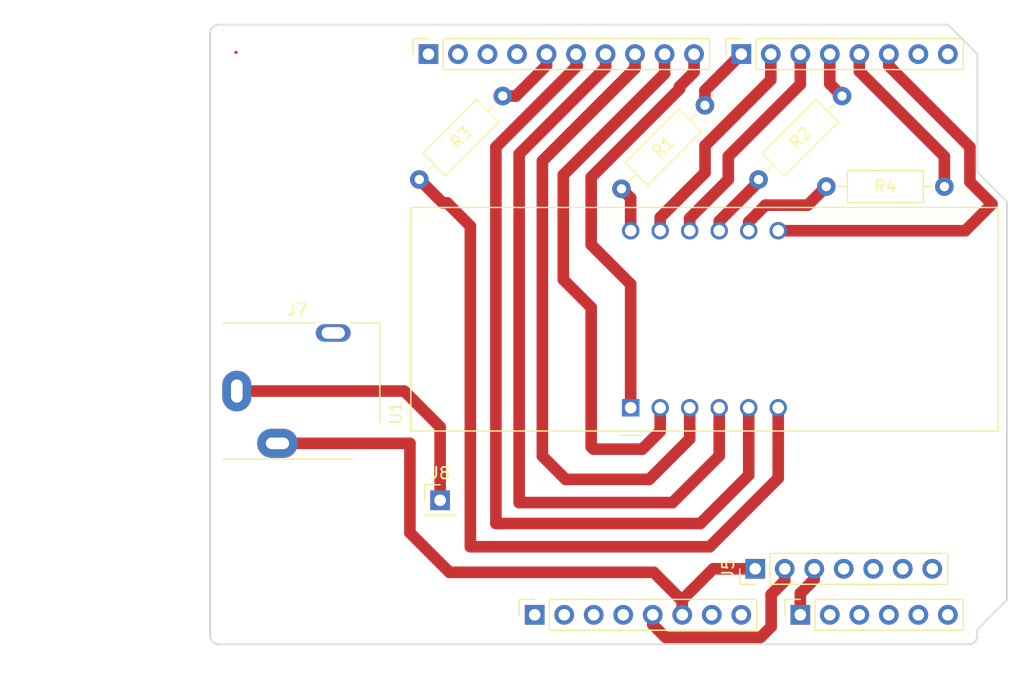
<source format=kicad_pcb>
(kicad_pcb (version 20240108) (generator "pcbnew") (generator_version "8.0")
  (title_block (date "mar. 31 mars 2015"))
  (layers (0 "F.Cu" signal) (31 "B.Cu" signal) (34 "B.Paste" user) (35 "F.Paste" user) (36 "B.SilkS" user "B.Silkscreen") (37 "F.SilkS" user "F.Silkscreen") (38 "B.Mask" user) (39 "F.Mask" user) (44 "Edge.Cuts" user))
  (net 0 "")
  (net 1 "GND")
  (net 3 "+5V")
  (net 4 "/IOREF")
  (net 5 "/A0")
  (net 6 "/A1")
  (net 7 "/A2")
  (net 8 "/A3")
  (net 9 "/SDA{slash}A4")
  (net 10 "/SCL{slash}A5")
  (net 11 "/13")
  (net 12 "/12")
  (net 13 "/AREF")
  (net 14 "/8")
  (net 15 "/7")
  (net 16 "/*11")
  (net 17 "/*10")
  (net 18 "/*9")
  (net 19 "/4")
  (net 20 "/2")
  (net 21 "/*6")
  (net 22 "/*5")
  (net 23 "/TX{slash}1")
  (net 24 "/*3")
  (net 25 "/RX{slash}0")
  (net 26 "+3V3")
  (net 27 "VCC")
  (net 28 "/~{RESET}")
  (net 33 "Net-(U1-CC1)")
  (net 34 "Net-(U1-CC3)")
  (net 35 "Net-(U1-CC2)")
  (net 36 "Net-(U1-CC4)")
  (net 37 "Net-(J8-Pin_1)")
  (footprint "Connector_PinSocket_2.54mm:PinSocket_1x08_P2.54mm_Vertical" (layer "F.Cu") (at 127.94 97.46 90)
    (property "Reference" "J1" (hide yes))
    (property "Value" "Power")
    (fp_line (start 1.33 -1.33) (end 1.33 0) (stroke (width 0.12)) (layer "F.SilkS"))
    (fp_line (start 0 -1.33) (end 1.33 -1.33) (stroke (width 0.12)) (layer "F.SilkS"))
    (fp_line (start 1.33 1.27) (end 1.33 19.11) (stroke (width 0.12)) (layer "F.SilkS"))
    (fp_line (start -1.33 1.27) (end 1.33 1.27) (stroke (width 0.12)) (layer "F.SilkS"))
    (fp_line (start -1.33 1.27) (end -1.33 19.11) (stroke (width 0.12)) (layer "F.SilkS"))
    (fp_line (start -1.33 19.11) (end 1.33 19.11) (stroke (width 0.12)) (layer "F.SilkS"))
    (pad "1" thru_hole rect (at 0 0 90) (size 1.7 1.7) (drill 1) (layers "*.Cu" "*.Mask"))
    (pad "2" thru_hole oval (at 0 2.54 90) (size 1.7 1.7) (drill 1) (layers "*.Cu" "*.Mask") (net 4 "/IOREF"))
    (pad "3" thru_hole oval (at 0 5.08 90) (size 1.7 1.7) (drill 1) (layers "*.Cu" "*.Mask") (net 28 "/~{RESET}"))
    (pad "4" thru_hole oval (at 0 7.62 90) (size 1.7 1.7) (drill 1) (layers "*.Cu" "*.Mask") (net 26 "+3V3"))
    (pad "5" thru_hole oval (at 0 10.16 90) (size 1.7 1.7) (drill 1) (layers "*.Cu" "*.Mask") (net 3 "+5V"))
    (pad "6" thru_hole oval (at 0 12.7 90) (size 1.7 1.7) (drill 1) (layers "*.Cu" "*.Mask") (net 1 "GND"))
    (pad "7" thru_hole oval (at 0 15.24 90) (size 1.7 1.7) (drill 1) (layers "*.Cu" "*.Mask") (net 1 "GND"))
    (pad "8" thru_hole oval (at 0 17.78 90) (size 1.7 1.7) (drill 1) (layers "*.Cu" "*.Mask") (net 27 "VCC"))
  )
  (footprint "Connector_PinSocket_2.54mm:PinSocket_1x06_P2.54mm_Vertical" (layer "F.Cu") (at 150.8 97.46 90)
    (property "Reference" "J3" (hide yes))
    (property "Value" "Analog")
    (fp_line (start 1.33 -1.33) (end 1.33 0) (stroke (width 0.12)) (layer "F.SilkS"))
    (fp_line (start 0 -1.33) (end 1.33 -1.33) (stroke (width 0.12)) (layer "F.SilkS"))
    (fp_line (start 1.33 1.27) (end 1.33 14.03) (stroke (width 0.12)) (layer "F.SilkS"))
    (fp_line (start -1.33 1.27) (end 1.33 1.27) (stroke (width 0.12)) (layer "F.SilkS"))
    (fp_line (start -1.33 1.27) (end -1.33 14.03) (stroke (width 0.12)) (layer "F.SilkS"))
    (fp_line (start -1.33 14.03) (end 1.33 14.03) (stroke (width 0.12)) (layer "F.SilkS"))
    (pad "1" thru_hole rect (at 0 0 90) (size 1.7 1.7) (drill 1) (layers "*.Cu" "*.Mask") (net 5 "/A0"))
    (pad "2" thru_hole oval (at 0 2.54 90) (size 1.7 1.7) (drill 1) (layers "*.Cu" "*.Mask") (net 6 "/A1"))
    (pad "3" thru_hole oval (at 0 5.08 90) (size 1.7 1.7) (drill 1) (layers "*.Cu" "*.Mask") (net 7 "/A2"))
    (pad "4" thru_hole oval (at 0 7.62 90) (size 1.7 1.7) (drill 1) (layers "*.Cu" "*.Mask") (net 8 "/A3"))
    (pad "5" thru_hole oval (at 0 10.16 90) (size 1.7 1.7) (drill 1) (layers "*.Cu" "*.Mask") (net 9 "/SDA{slash}A4"))
    (pad "6" thru_hole oval (at 0 12.7 90) (size 1.7 1.7) (drill 1) (layers "*.Cu" "*.Mask") (net 10 "/SCL{slash}A5"))
  )
  (footprint "Connector_PinSocket_2.54mm:PinSocket_1x10_P2.54mm_Vertical" (layer "F.Cu") (at 118.796 49.2 90)
    (property "Reference" "J2" (hide yes))
    (property "Value" "Digital/PWM")
    (fp_line (start 1.33 -1.33) (end 1.33 0) (stroke (width 0.12)) (layer "F.SilkS"))
    (fp_line (start 0 -1.33) (end 1.33 -1.33) (stroke (width 0.12)) (layer "F.SilkS"))
    (fp_line (start 1.33 1.27) (end 1.33 24.19) (stroke (width 0.12)) (layer "F.SilkS"))
    (fp_line (start -1.33 1.27) (end 1.33 1.27) (stroke (width 0.12)) (layer "F.SilkS"))
    (fp_line (start -1.33 1.27) (end -1.33 24.19) (stroke (width 0.12)) (layer "F.SilkS"))
    (fp_line (start -1.33 24.19) (end 1.33 24.19) (stroke (width 0.12)) (layer "F.SilkS"))
    (pad "1" thru_hole rect (at 0 0 90) (size 1.7 1.7) (drill 1) (layers "*.Cu" "*.Mask") (net 10 "/SCL{slash}A5"))
    (pad "2" thru_hole oval (at 0 2.54 90) (size 1.7 1.7) (drill 1) (layers "*.Cu" "*.Mask") (net 9 "/SDA{slash}A4"))
    (pad "3" thru_hole oval (at 0 5.08 90) (size 1.7 1.7) (drill 1) (layers "*.Cu" "*.Mask") (net 13 "/AREF"))
    (pad "4" thru_hole oval (at 0 7.62 90) (size 1.7 1.7) (drill 1) (layers "*.Cu" "*.Mask") (net 1 "GND"))
    (pad "5" thru_hole oval (at 0 10.16 90) (size 1.7 1.7) (drill 1) (layers "*.Cu" "*.Mask") (net 11 "/13"))
    (pad "6" thru_hole oval (at 0 12.7 90) (size 1.7 1.7) (drill 1) (layers "*.Cu" "*.Mask") (net 12 "/12"))
    (pad "7" thru_hole oval (at 0 15.24 90) (size 1.7 1.7) (drill 1) (layers "*.Cu" "*.Mask") (net 16 "/*11"))
    (pad "8" thru_hole oval (at 0 17.78 90) (size 1.7 1.7) (drill 1) (layers "*.Cu" "*.Mask") (net 17 "/*10"))
    (pad "9" thru_hole oval (at 0 20.32 90) (size 1.7 1.7) (drill 1) (layers "*.Cu" "*.Mask") (net 18 "/*9"))
    (pad "10" thru_hole oval (at 0 22.86 90) (size 1.7 1.7) (drill 1) (layers "*.Cu" "*.Mask") (net 14 "/8"))
  )
  (footprint "Connector_PinSocket_2.54mm:PinSocket_1x08_P2.54mm_Vertical" (layer "F.Cu") (at 145.72 49.2 90)
    (property "Reference" "J4" (hide yes))
    (property "Value" "Digital/PWM")
    (fp_line (start 1.33 -1.33) (end 1.33 0) (stroke (width 0.12)) (layer "F.SilkS"))
    (fp_line (start 0 -1.33) (end 1.33 -1.33) (stroke (width 0.12)) (layer "F.SilkS"))
    (fp_line (start 1.33 1.27) (end 1.33 19.11) (stroke (width 0.12)) (layer "F.SilkS"))
    (fp_line (start -1.33 1.27) (end 1.33 1.27) (stroke (width 0.12)) (layer "F.SilkS"))
    (fp_line (start -1.33 1.27) (end -1.33 19.11) (stroke (width 0.12)) (layer "F.SilkS"))
    (fp_line (start -1.33 19.11) (end 1.33 19.11) (stroke (width 0.12)) (layer "F.SilkS"))
    (pad "1" thru_hole rect (at 0 0 90) (size 1.7 1.7) (drill 1) (layers "*.Cu" "*.Mask") (net 15 "/7"))
    (pad "2" thru_hole oval (at 0 2.54 90) (size 1.7 1.7) (drill 1) (layers "*.Cu" "*.Mask") (net 21 "/*6"))
    (pad "3" thru_hole oval (at 0 5.08 90) (size 1.7 1.7) (drill 1) (layers "*.Cu" "*.Mask") (net 22 "/*5"))
    (pad "4" thru_hole oval (at 0 7.62 90) (size 1.7 1.7) (drill 1) (layers "*.Cu" "*.Mask") (net 19 "/4"))
    (pad "5" thru_hole oval (at 0 10.16 90) (size 1.7 1.7) (drill 1) (layers "*.Cu" "*.Mask") (net 24 "/*3"))
    (pad "6" thru_hole oval (at 0 12.7 90) (size 1.7 1.7) (drill 1) (layers "*.Cu" "*.Mask") (net 20 "/2"))
    (pad "7" thru_hole oval (at 0 15.24 90) (size 1.7 1.7) (drill 1) (layers "*.Cu" "*.Mask") (net 23 "/TX{slash}1"))
    (pad "8" thru_hole oval (at 0 17.78 90) (size 1.7 1.7) (drill 1) (layers "*.Cu" "*.Mask") (net 25 "/RX{slash}0"))
  )
  (footprint "Resistor_THT:R_Axial_DIN0207_L6.3mm_D2.5mm_P10.16mm_Horizontal" (layer "F.Cu") (at 135.407898 60.792103 45)
    (property "Reference" "R1" (at 5.079999 0 45) (layer "F.SilkS"))
    (property "Value" "R 330")
    (fp_line (start 1.81 -1.37) (end 1.81 1.37) (stroke (width 0.12)) (layer "F.SilkS"))
    (fp_line (start 1.04 0) (end 1.81 0) (stroke (width 0.12)) (layer "F.SilkS"))
    (fp_line (start 1.81 1.37) (end 8.35 1.37) (stroke (width 0.12)) (layer "F.SilkS"))
    (fp_line (start 8.35 -1.37) (end 1.81 -1.37) (stroke (width 0.12)) (layer "F.SilkS"))
    (fp_line (start 9.12 0) (end 8.350001 0) (stroke (width 0.12)) (layer "F.SilkS"))
    (fp_line (start 8.35 1.37) (end 8.35 -1.37) (stroke (width 0.12)) (layer "F.SilkS"))
    (pad "1" thru_hole circle (at 0 0 45) (size 1.6 1.6) (drill 0.8) (layers "*.Cu" "*.Mask") (net 33 "Net-(U1-CC1)"))
    (pad "2" thru_hole oval (at 10.16 0 45) (size 1.6 1.6) (drill 0.8) (layers "*.Cu" "*.Mask") (net 15 "/7"))
  )
  (footprint "Connector_Audio:Jack_3.5mm_CUI_SJ1-3513N_Horizontal" (layer "F.Cu") (at 102.3 78.2)
    (property "Reference" "J7" (at 5.2 -7 0) (layer "F.SilkS"))
    (property "Value" "AudioJack3")
    (fp_line (start 6.8 -5.86) (end -1.2192 -5.86) (stroke (width 0.12)) (layer "F.SilkS"))
    (fp_line (start 10 5.86) (end -1.2192 5.86) (stroke (width 0.12)) (layer "F.SilkS"))
    (fp_line (start 12.31 -5.86) (end 9.8 -5.86) (stroke (width 0.12)) (layer "F.SilkS"))
    (fp_line (start 12.31 -5.86) (end 12.31 2.7) (stroke (width 0.12)) (layer "F.SilkS"))
    (pad "R" thru_hole oval (at 8.3 -5) (size 3 1.5) (drill oval 2 1) (layers "*.Cu" "*.Mask"))
    (pad "S" thru_hole oval (at 0 0 270) (size 3.5 2.5) (drill oval 2 1) (layers "*.Cu" "*.Mask") (net 37 "Net-(J8-Pin_1)"))
    (pad "T" thru_hole oval (at 3.5 4.5) (size 3.5 2.5) (drill oval 2 1) (layers "*.Cu" "*.Mask") (net 1 "GND"))
  )
  (footprint "Display_7Segment:CA56-12SEKWA" (layer "F.Cu") (at 136.2 79.64 90)
    (property "Reference" "U1" (at -0.45 -20.19 90) (layer "F.SilkS"))
    (property "Value" "CC56-12SEKWA")
    (fp_line (start -2 -18.92) (end 17.24 -18.92) (stroke (width 0.12)) (layer "F.SilkS"))
    (fp_line (start -2 -18.92) (end -2 31.62) (stroke (width 0.12)) (layer "F.SilkS"))
    (fp_line (start -2.38 -1) (end -2.38 1) (stroke (width 0.12)) (layer "F.SilkS"))
    (fp_line (start 17.24 31.62) (end 17.24 -18.92) (stroke (width 0.12)) (layer "F.SilkS"))
    (fp_line (start -2 31.62) (end 17.24 31.62) (stroke (width 0.12)) (layer "F.SilkS"))
    (pad "1" thru_hole rect (at 0 0 90) (size 1.5 1.5) (drill 1) (layers "*.Cu" "*.Mask") (net 14 "/8"))
    (pad "2" thru_hole circle (at 0 2.54 90) (size 1.5 1.5) (drill 1) (layers "*.Cu" "*.Mask") (net 18 "/*9"))
    (pad "3" thru_hole circle (at 0 5.08 90) (size 1.5 1.5) (drill 1) (layers "*.Cu" "*.Mask") (net 17 "/*10"))
    (pad "4" thru_hole circle (at 0 7.62 90) (size 1.5 1.5) (drill 1) (layers "*.Cu" "*.Mask") (net 16 "/*11"))
    (pad "5" thru_hole circle (at 0 10.16 90) (size 1.5 1.5) (drill 1) (layers "*.Cu" "*.Mask") (net 12 "/12"))
    (pad "6" thru_hole circle (at 0 12.7 90) (size 1.5 1.5) (drill 1) (layers "*.Cu" "*.Mask") (net 36 "Net-(U1-CC4)"))
    (pad "7" thru_hole circle (at 15.24 12.7 90) (size 1.5 1.5) (drill 1) (layers "*.Cu" "*.Mask") (net 20 "/2"))
    (pad "8" thru_hole circle (at 15.24 10.16 90) (size 1.5 1.5) (drill 1) (layers "*.Cu" "*.Mask") (net 34 "Net-(U1-CC3)"))
    (pad "9" thru_hole circle (at 15.24 7.62 90) (size 1.5 1.5) (drill 1) (layers "*.Cu" "*.Mask") (net 35 "Net-(U1-CC2)"))
    (pad "10" thru_hole circle (at 15.24 5.08 90) (size 1.5 1.5) (drill 1) (layers "*.Cu" "*.Mask") (net 22 "/*5"))
    (pad "11" thru_hole circle (at 15.24 2.54 90) (size 1.5 1.5) (drill 1) (layers "*.Cu" "*.Mask") (net 21 "/*6"))
    (pad "12" thru_hole circle (at 15.24 0 90) (size 1.5 1.5) (drill 1) (layers "*.Cu" "*.Mask") (net 33 "Net-(U1-CC1)"))
  )
  (footprint "Connector_PinHeader_2.54mm:PinHeader_1x01_P2.54mm_Vertical" (layer "F.Cu") (at 119.8 87.6)
    (property "Reference" "J8" (at 0 -2.33 0) (layer "F.SilkS"))
    (property "Value" "Conn_01x01_Pin")
    (fp_line (start -1.33 -1.33) (end 0 -1.33) (stroke (width 0.12)) (layer "F.SilkS"))
    (fp_line (start -1.33 0) (end -1.33 -1.33) (stroke (width 0.12)) (layer "F.SilkS"))
    (fp_line (start -1.33 1.27) (end -1.33 1.33) (stroke (width 0.12)) (layer "F.SilkS"))
    (fp_line (start -1.33 1.27) (end 1.33 1.27) (stroke (width 0.12)) (layer "F.SilkS"))
    (fp_line (start -1.33 1.33) (end 1.33 1.33) (stroke (width 0.12)) (layer "F.SilkS"))
    (fp_line (start 1.33 1.27) (end 1.33 1.33) (stroke (width 0.12)) (layer "F.SilkS"))
    (pad "1" thru_hole rect (at 0 0) (size 1.7 1.7) (drill 1) (layers "*.Cu" "*.Mask") (net 37 "Net-(J8-Pin_1)"))
  )
  (footprint "Arduino_MountingHole:MountingHole_3.2mm" (layer "F.Cu") (at 115.24 49.2)
    (property "Reference" "MH1" (hide yes))
    (property "Value" "MountingHole_3.2mm" (hide yes))
    (pad "" np_thru_hole circle (at 0 0) (size 3.2 3.2) (drill 3.2) (layers "*.Cu" "*.Mask"))
  )
  (footprint "Resistor_THT:R_Axial_DIN0207_L6.3mm_D2.5mm_P10.16mm_Horizontal" (layer "F.Cu") (at 153.04 60.6)
    (property "Reference" "R4" (at 5.08 0 0) (layer "F.SilkS"))
    (property "Value" "R 330")
    (fp_line (start 1.04 0) (end 1.81 0) (stroke (width 0.12)) (layer "F.SilkS"))
    (fp_line (start 1.81 -1.37) (end 1.81 1.37) (stroke (width 0.12)) (layer "F.SilkS"))
    (fp_line (start 1.81 1.37) (end 8.35 1.37) (stroke (width 0.12)) (layer "F.SilkS"))
    (fp_line (start 8.35 -1.37) (end 1.81 -1.37) (stroke (width 0.12)) (layer "F.SilkS"))
    (fp_line (start 8.35 1.37) (end 8.35 -1.37) (stroke (width 0.12)) (layer "F.SilkS"))
    (fp_line (start 9.12 0) (end 8.35 0) (stroke (width 0.12)) (layer "F.SilkS"))
    (pad "1" thru_hole circle (at 0 0) (size 1.6 1.6) (drill 0.8) (layers "*.Cu" "*.Mask") (net 34 "Net-(U1-CC3)"))
    (pad "2" thru_hole oval (at 10.16 0) (size 1.6 1.6) (drill 0.8) (layers "*.Cu" "*.Mask") (net 24 "/*3"))
  )
  (footprint "Arduino_MountingHole:MountingHole_3.2mm" (layer "F.Cu") (at 113.97 97.46)
    (property "Reference" "MH2" (hide yes))
    (property "Value" "MountingHole_3.2mm" (hide yes))
    (pad "" np_thru_hole circle (at 0 0) (size 3.2 3.2) (drill 3.2) (layers "*.Cu" "*.Mask"))
  )
  (footprint "Resistor_THT:R_Axial_DIN0207_L6.3mm_D2.5mm_P10.16mm_Horizontal" (layer "F.Cu") (at 147.207898 59.992103 45)
    (property "Reference" "R2" (at 5.079999 0 45) (layer "F.SilkS"))
    (property "Value" "R 330")
    (fp_line (start 1.81 -1.37) (end 1.81 1.37) (stroke (width 0.12)) (layer "F.SilkS"))
    (fp_line (start 1.04 0) (end 1.81 0) (stroke (width 0.12)) (layer "F.SilkS"))
    (fp_line (start 1.81 1.37) (end 8.35 1.37) (stroke (width 0.12)) (layer "F.SilkS"))
    (fp_line (start 8.35 -1.37) (end 1.81 -1.37) (stroke (width 0.12)) (layer "F.SilkS"))
    (fp_line (start 9.12 0) (end 8.350001 0) (stroke (width 0.12)) (layer "F.SilkS"))
    (fp_line (start 8.35 1.37) (end 8.35 -1.37) (stroke (width 0.12)) (layer "F.SilkS"))
    (pad "1" thru_hole circle (at 0 0 45) (size 1.6 1.6) (drill 0.8) (layers "*.Cu" "*.Mask") (net 35 "Net-(U1-CC2)"))
    (pad "2" thru_hole oval (at 10.16 0 45) (size 1.6 1.6) (drill 0.8) (layers "*.Cu" "*.Mask") (net 19 "/4"))
  )
  (footprint "Resistor_THT:R_Axial_DIN0207_L6.3mm_D2.5mm_P10.16mm_Horizontal" (layer "F.Cu") (at 118.007898 59.992103 45)
    (property "Reference" "R3" (at 5.079999 0 45) (layer "F.SilkS"))
    (property "Value" "R 330")
    (fp_line (start 1.81 -1.37) (end 1.81 1.37) (stroke (width 0.12)) (layer "F.SilkS"))
    (fp_line (start 1.04 0) (end 1.81 0) (stroke (width 0.12)) (layer "F.SilkS"))
    (fp_line (start 1.81 1.37) (end 8.35 1.37) (stroke (width 0.12)) (layer "F.SilkS"))
    (fp_line (start 8.35 -1.37) (end 1.81 -1.37) (stroke (width 0.12)) (layer "F.SilkS"))
    (fp_line (start 9.12 0) (end 8.350001 0) (stroke (width 0.12)) (layer "F.SilkS"))
    (fp_line (start 8.35 1.37) (end 8.35 -1.37) (stroke (width 0.12)) (layer "F.SilkS"))
    (pad "1" thru_hole circle (at 0 0 45) (size 1.6 1.6) (drill 0.8) (layers "*.Cu" "*.Mask") (net 36 "Net-(U1-CC4)"))
    (pad "2" thru_hole oval (at 10.16 0 45) (size 1.6 1.6) (drill 0.8) (layers "*.Cu" "*.Mask") (net 11 "/13"))
  )
  (footprint "Connector_PinHeader_2.54mm:PinHeader_1x07_P2.54mm_Vertical" (layer "F.Cu") (at 146.92 93.5 90)
    (property "Reference" "J5" (at 0 -2.33 90) (layer "F.SilkS"))
    (property "Value" "Conn_01x07_Pin")
    (fp_line (start -1.33 -1.33) (end 0 -1.33) (stroke (width 0.12)) (layer "F.SilkS"))
    (fp_line (start -1.33 0) (end -1.33 -1.33) (stroke (width 0.12)) (layer "F.SilkS"))
    (fp_line (start 1.33 1.27) (end 1.33 16.57) (stroke (width 0.12)) (layer "F.SilkS"))
    (fp_line (start -1.33 1.27) (end 1.33 1.27) (stroke (width 0.12)) (layer "F.SilkS"))
    (fp_line (start -1.33 1.27) (end -1.33 16.57) (stroke (width 0.12)) (layer "F.SilkS"))
    (fp_line (start -1.33 16.57) (end 1.33 16.57) (stroke (width 0.12)) (layer "F.SilkS"))
    (pad "1" thru_hole rect (at 0 0 90) (size 1.7 1.7) (drill 1) (layers "*.Cu" "*.Mask") (net 1 "GND"))
    (pad "2" thru_hole oval (at 0 2.54 90) (size 1.7 1.7) (drill 1) (layers "*.Cu" "*.Mask") (net 3 "+5V"))
    (pad "3" thru_hole oval (at 0 5.08 90) (size 1.7 1.7) (drill 1) (layers "*.Cu" "*.Mask") (net 5 "/A0"))
    (pad "4" thru_hole oval (at 0 7.62 90) (size 1.7 1.7) (drill 1) (layers "*.Cu" "*.Mask"))
    (pad "5" thru_hole oval (at 0 10.16 90) (size 1.7 1.7) (drill 1) (layers "*.Cu" "*.Mask"))
    (pad "6" thru_hole oval (at 0 12.7 90) (size 1.7 1.7) (drill 1) (layers "*.Cu" "*.Mask"))
    (pad "7" thru_hole oval (at 0 15.24 90) (size 1.7 1.7) (drill 1) (layers "*.Cu" "*.Mask"))
  )
  (gr_line (start 166.04 59.36) (end 168.58 61.9) (stroke (width 0.15)) (layer "Edge.Cuts"))
  (gr_line (start 100 99.238) (end 100 47.422) (stroke (width 0.15)) (layer "Edge.Cuts"))
  (gr_line (start 168.58 61.9) (end 168.58 96.19) (stroke (width 0.15)) (layer "Edge.Cuts"))
  (gr_line (start 165.278 100) (end 100.762 100) (stroke (width 0.15)) (layer "Edge.Cuts"))
  (gr_line (start 100.762 46.66) (end 163.5 46.66) (stroke (width 0.15)) (layer "Edge.Cuts"))
  (gr_arc (start 100.762 100) (mid 100.223185 99.776815) (end 100 99.238) (stroke (width 0.15)) (layer "Edge.Cuts"))
  (gr_line (start 168.58 96.19) (end 166.04 98.73) (stroke (width 0.15)) (layer "Edge.Cuts"))
  (gr_line (start 163.5 46.66) (end 166.04 49.2) (stroke (width 0.15)) (layer "Edge.Cuts"))
  (gr_arc (start 166.04 99.238) (mid 165.816815 99.776815) (end 165.278 100) (stroke (width 0.15)) (layer "Edge.Cuts"))
  (gr_line (start 166.04 49.2) (end 166.04 59.36) (stroke (width 0.15)) (layer "Edge.Cuts"))
  (gr_line (start 166.04 98.73) (end 166.04 99.238) (stroke (width 0.15)) (layer "Edge.Cuts"))
  (gr_arc (start 100 47.422) (mid 100.223185 46.883185) (end 100.762 46.66) (stroke (width 0.15)) (layer "Edge.Cuts"))
  (segment (start 146.92 93.5) (end 143.3 93.5) (width 1) (layer "F.Cu") (net 1))
  (segment (start 146.92 93.5) (end 147 93.5) (width 0.25) (layer "F.Cu") (net 1))
  (segment (start 138.182081 93.8) (end 120.6 93.8) (width 1) (layer "F.Cu") (net 1))
  (segment (start 117.2 82.7) (end 105.8 82.7) (width 1) (layer "F.Cu") (net 1))
  (segment (start 143.3 93.5) (end 140.64 96.16) (width 1) (layer "F.Cu") (net 1))
  (segment (start 147 93.5) (end 147 93.64) (width 0.25) (layer "F.Cu") (net 1))
  (segment (start 140.64 97.46) (end 140.64 96.257919) (width 1) (layer "F.Cu") (net 1))
  (segment (start 117.2 90.4) (end 117.2 82.7) (width 1) (layer "F.Cu") (net 1))
  (segment (start 120.6 93.8) (end 117.2 90.4) (width 1) (layer "F.Cu") (net 1))
  (segment (start 140.64 96.16) (end 140.64 97.46) (width 1) (layer "F.Cu") (net 1))
  (segment (start 140.64 96.257919) (end 138.182081 93.8) (width 1) (layer "F.Cu") (net 1))
  (segment (start 148.291469 95.708531) (end 149.46 94.54) (width 1) (layer "F.Cu") (net 3))
  (segment (start 138.1 97.46) (end 138.04 97.46) (width 0.25) (layer "F.Cu") (net 3))
  (segment (start 147.379874 99.4) (end 148.291469 98.488405) (width 1) (layer "F.Cu") (net 3))
  (segment (start 138.04 97.46) (end 138 97.5) (width 0.25) (layer "F.Cu") (net 3))
  (segment (start 149.46 94.54) (end 149.46 93.5) (width 1) (layer "F.Cu") (net 3))
  (segment (start 139.2 99.4) (end 147.379874 99.4) (width 1) (layer "F.Cu") (net 3))
  (segment (start 138.1 98.3) (end 139.2 99.4) (width 1) (layer "F.Cu") (net 3))
  (segment (start 138.1 97.46) (end 138.1 98.3) (width 1) (layer "F.Cu") (net 3))
  (segment (start 148.291469 98.488405) (end 148.291469 95.708531) (width 1) (layer "F.Cu") (net 3))
  (segment (start 150.8 97.46) (end 150.8 95.61) (width 1) (layer "F.Cu") (net 5))
  (segment (start 150.8 95.61) (end 152 94.41) (width 1) (layer "F.Cu") (net 5))
  (segment (start 152 94.41) (end 152 93.5) (width 1) (layer "F.Cu") (net 5))
  (segment (start 125.192103 52.807898) (end 126.323473 52.807898) (width 1) (layer "F.Cu") (net 11))
  (segment (start 128.956 50.175371) (end 128.956 49.2) (width 1) (layer "F.Cu") (net 11))
  (segment (start 126.323473 52.807898) (end 128.956 50.175371) (width 1) (layer "F.Cu") (net 11))
  (segment (start 131.6 50.2) (end 131.496 50.096) (width 1) (layer "F.Cu") (net 12))
  (segment (start 131.496 50.096) (end 131.496 49.2) (width 1) (layer "F.Cu") (net 12))
  (segment (start 124.6 89.6) (end 124.6 57.2) (width 1) (layer "F.Cu") (net 12))
  (segment (start 124.6 57.2) (end 131.6 50.2) (width 1) (layer "F.Cu") (net 12))
  (segment (start 146.36 79.64) (end 146.36 85.44) (width 1) (layer "F.Cu") (net 12))
  (segment (start 146.36 85.44) (end 142.2 89.6) (width 1) (layer "F.Cu") (net 12))
  (segment (start 142.2 89.6) (end 124.6 89.6) (width 1) (layer "F.Cu") (net 12))
  (segment (start 132.8 59.8) (end 140.4 52.2) (width 1) (layer "F.Cu") (net 14))
  (segment (start 141.656 50.744) (end 141.656 49.2) (width 1) (layer "F.Cu") (net 14))
  (segment (start 140.4 52.2) (end 140.4 52) (width 1) (layer "F.Cu") (net 14))
  (segment (start 132.8 65.6) (end 132.8 59.8) (width 1) (layer "F.Cu") (net 14))
  (segment (start 140.4 52) (end 141.656 50.744) (width 1) (layer "F.Cu") (net 14))
  (segment (start 136.04 79.64) (end 136.2 79.64) (width 1) (layer "F.Cu") (net 14))
  (segment (start 136.2 69) (end 132.8 65.6) (width 1) (layer "F.Cu") (net 14))
  (segment (start 136.04 79.64) (end 136 79.6) (width 1) (layer "F.Cu") (net 14))
  (segment (start 136.2 79.64) (end 136.2 69) (width 1) (layer "F.Cu") (net 14))
  (segment (start 142.592103 53.607898) (end 142.592103 52.327897) (width 1) (layer "F.Cu") (net 15))
  (segment (start 142.592103 52.327897) (end 145.72 49.2) (width 1) (layer "F.Cu") (net 15))
  (segment (start 126.6 57.8) (end 134.036 50.364) (width 1) (layer "F.Cu") (net 16))
  (segment (start 134.036 50.364) (end 134.036 49.2) (width 1) (layer "F.Cu") (net 16))
  (segment (start 139.8 87.8) (end 126.6 87.8) (width 1) (layer "F.Cu") (net 16))
  (segment (start 143.82 79.64) (end 143.82 83.78) (width 1) (layer "F.Cu") (net 16))
  (segment (start 126.6 87.8) (end 126.6 57.8) (width 1) (layer "F.Cu") (net 16))
  (segment (start 143.82 83.78) (end 139.8 87.8) (width 1) (layer "F.Cu") (net 16))
  (segment (start 136.576 50.424) (end 136.576 49.2) (width 1) (layer "F.Cu") (net 17))
  (segment (start 141.28 79.64) (end 141.28 82.32) (width 1) (layer "F.Cu") (net 17))
  (segment (start 128.6 83.8) (end 128.6 58.4) (width 1) (layer "F.Cu") (net 17))
  (segment (start 128.6 58.4) (end 136.576 50.424) (width 1) (layer "F.Cu") (net 17))
  (segment (start 130.6 85.8) (end 128.6 83.8) (width 1) (layer "F.Cu") (net 17))
  (segment (start 137.8 85.8) (end 130.6 85.8) (width 1) (layer "F.Cu") (net 17))
  (segment (start 141.28 82.32) (end 137.8 85.8) (width 1) (layer "F.Cu") (net 17))
  (segment (start 132.8 71) (end 130.4 68.6) (width 1) (layer "F.Cu") (net 18))
  (segment (start 132.8 83) (end 132.8 71) (width 1) (layer "F.Cu") (net 18))
  (segment (start 133 83.2) (end 132.8 83) (width 1) (layer "F.Cu") (net 18))
  (segment (start 139.116 50.884) (end 139.116 49.2) (width 1) (layer "F.Cu") (net 18))
  (segment (start 138.74 81.66) (end 137.2 83.2) (width 1) (layer "F.Cu") (net 18))
  (segment (start 138.74 79.64) (end 138.74 81.66) (width 1) (layer "F.Cu") (net 18))
  (segment (start 130.4 59.6) (end 139.116 50.884) (width 1) (layer "F.Cu") (net 18))
  (segment (start 137.2 83.2) (end 133 83.2) (width 1) (layer "F.Cu") (net 18))
  (segment (start 130.4 68.6) (end 130.4 59.6) (width 1) (layer "F.Cu") (net 18))
  (segment (start 154.392103 52.807898) (end 153.34 51.755795) (width 1) (layer "F.Cu") (net 19))
  (segment (start 153.34 51.755795) (end 153.34 49.2) (width 1) (layer "F.Cu") (net 19))
  (segment (start 148.9 64.4) (end 165 64.4) (width 1) (layer "F.Cu") (net 20))
  (segment (start 165.4 60.2) (end 165.4 57.2) (width 1) (layer "F.Cu") (net 20))
  (segment (start 165 64.4) (end 167.3 62.1) (width 1) (layer "F.Cu") (net 20))
  (segment (start 165.4 57.2) (end 158.42 50.22) (width 1) (layer "F.Cu") (net 20))
  (segment (start 158.42 50.22) (end 158.42 49.2) (width 1) (layer "F.Cu") (net 20))
  (segment (start 167.3 62.1) (end 165.4 60.2) (width 1) (layer "F.Cu") (net 20))
  (segment (start 142.6 57.07868) (end 148.26 51.41868) (width 1) (layer "F.Cu") (net 21))
  (segment (start 138.74 63.26) (end 142.6 59.4) (width 1) (layer "F.Cu") (net 21))
  (segment (start 142.6 59.4) (end 142.6 57.07868) (width 1) (layer "F.Cu") (net 21))
  (segment (start 138.74 64.4) (end 138.74 63.26) (width 1) (layer "F.Cu") (net 21))
  (segment (start 148.26 51.41868) (end 148.26 49.2) (width 1) (layer "F.Cu") (net 21))
  (segment (start 150.8 51.8) (end 150.8 49.2) (width 1) (layer "F.Cu") (net 22))
  (segment (start 144.6 60) (end 144.6 58) (width 1) (layer "F.Cu") (net 22))
  (segment (start 141.28 64.4) (end 141.28 63.32) (width 1) (layer "F.Cu") (net 22))
  (segment (start 141.28 63.32) (end 144.6 60) (width 1) (layer "F.Cu") (net 22))
  (segment (start 141.28 64.4) (end 141.4 64.4) (width 1) (layer "F.Cu") (net 22))
  (segment (start 144.6 58) (end 150.8 51.8) (width 1) (layer "F.Cu") (net 22))
  (segment (start 155.88 50.68) (end 155.88 49.2) (width 1) (layer "F.Cu") (net 24))
  (segment (start 163.2 60.6) (end 163.2 58) (width 1) (layer "F.Cu") (net 24))
  (segment (start 163.2 58) (end 155.88 50.68) (width 1) (layer "F.Cu") (net 24))
  (segment (start 145.54 97.46) (end 145.5 97.5) (width 0.25) (layer "F.Cu") (net 27))
  (segment (start 145.72 97.46) (end 145.54 97.46) (width 0.25) (layer "F.Cu") (net 27))
  (segment (start 136.2 64.4) (end 136.2 61.584205) (width 1) (layer "F.Cu") (net 33))
  (segment (start 102.2 49.05) (end 102.25 49.05) (width 0.25) (layer "F.Cu") (net 33))
  (segment (start 136.2 61.584205) (end 135.407898 60.792103) (width 1) (layer "F.Cu") (net 33))
  (segment (start 151.44 62.2) (end 153.04 60.6) (width 1) (layer "F.Cu") (net 34))
  (segment (start 146.36 63.64) (end 147.8 62.2) (width 1) (layer "F.Cu") (net 34))
  (segment (start 147.8 62.2) (end 151.44 62.2) (width 1) (layer "F.Cu") (net 34))
  (segment (start 146.36 64.4) (end 146.36 63.64) (width 1) (layer "F.Cu") (net 34))
  (segment (start 147.207898 60.192102) (end 147.207898 59.992103) (width 1) (layer "F.Cu") (net 35))
  (segment (start 143.82 64.4) (end 143.82 63.58) (width 1) (layer "F.Cu") (net 35))
  (segment (start 143.82 63.58) (end 147.207898 60.192102) (width 1) (layer "F.Cu") (net 35))
  (segment (start 122.4 64) (end 120.4 62) (width 1) (layer "F.Cu") (net 36))
  (segment (start 120.4 62) (end 120.015795 62) (width 1) (layer "F.Cu") (net 36))
  (segment (start 148.9 85.7) (end 143 91.6) (width 1) (layer "F.Cu") (net 36))
  (segment (start 143 91.6) (end 122.4 91.6) (width 1) (layer "F.Cu") (net 36))
  (segment (start 122.4 91.6) (end 122.4 64) (width 1) (layer "F.Cu") (net 36))
  (segment (start 120.015795 62) (end 118.007898 59.992103) (width 1) (layer "F.Cu") (net 36))
  (segment (start 148.9 79.64) (end 148.9 85.7) (width 1) (layer "F.Cu") (net 36))
  (segment (start 116.71066 78.2) (end 102.3 78.2) (width 1) (layer "F.Cu") (net 37))
  (segment (start 119.8 81.28934) (end 116.71066 78.2) (width 1) (layer "F.Cu") (net 37))
  (segment (start 119.8 87.6) (end 119.8 81.28934) (width 1) (layer "F.Cu") (net 37))
)
</source>
